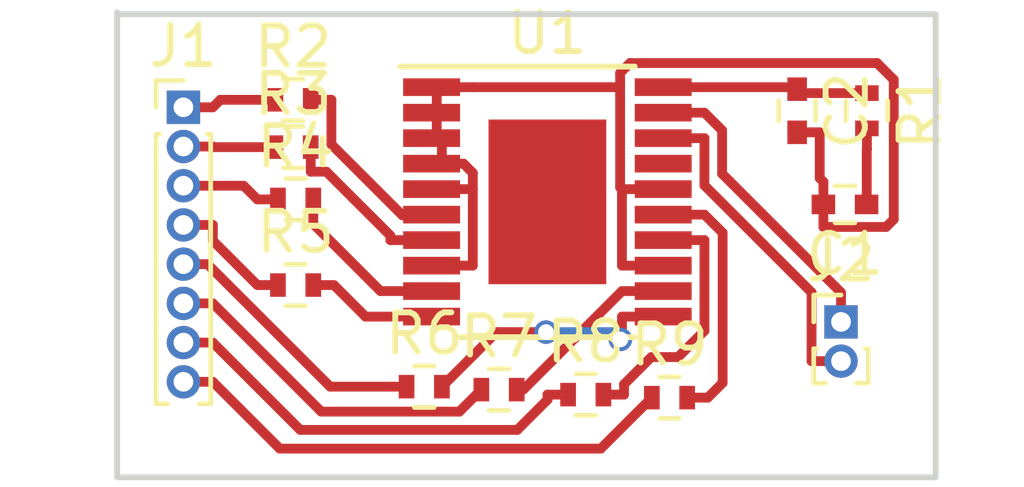
<source format=kicad_pcb>
(kicad_pcb (version 4) (host pcbnew 4.0.7)

  (general
    (links 30)
    (no_connects 0)
    (area 133.210381 98.393 159.25762 110.985)
    (thickness 1.6)
    (drawings 4)
    (tracks 130)
    (zones 0)
    (modules 14)
    (nets 23)
  )

  (page A4)
  (title_block
    (title Test)
    (date 2020-04-15)
    (rev A)
  )

  (layers
    (0 F.Cu signal)
    (31 B.Cu signal)
    (32 B.Adhes user)
    (33 F.Adhes user)
    (34 B.Paste user)
    (35 F.Paste user)
    (36 B.SilkS user)
    (37 F.SilkS user)
    (38 B.Mask user)
    (39 F.Mask user)
    (40 Dwgs.User user)
    (41 Cmts.User user)
    (42 Eco1.User user)
    (43 Eco2.User user)
    (44 Edge.Cuts user)
    (45 Margin user)
    (46 B.CrtYd user)
    (47 F.CrtYd user)
    (48 B.Fab user)
    (49 F.Fab user)
  )

  (setup
    (last_trace_width 0.25)
    (trace_clearance 0.1)
    (zone_clearance 0.508)
    (zone_45_only yes)
    (trace_min 0.2)
    (segment_width 0.2)
    (edge_width 0.15)
    (via_size 0.6)
    (via_drill 0.4)
    (via_min_size 0.4)
    (via_min_drill 0.3)
    (uvia_size 0.3)
    (uvia_drill 0.1)
    (uvias_allowed no)
    (uvia_min_size 0.2)
    (uvia_min_drill 0.1)
    (pcb_text_width 0.3)
    (pcb_text_size 1.5 1.5)
    (mod_edge_width 0.15)
    (mod_text_size 1 1)
    (mod_text_width 0.15)
    (pad_size 1.524 1.524)
    (pad_drill 0.762)
    (pad_to_mask_clearance 0.2)
    (aux_axis_origin 0 0)
    (visible_elements FFFFFF7F)
    (pcbplotparams
      (layerselection 0x011b0_80000001)
      (usegerberextensions false)
      (excludeedgelayer true)
      (linewidth 0.100000)
      (plotframeref false)
      (viasonmask false)
      (mode 1)
      (useauxorigin false)
      (hpglpennumber 1)
      (hpglpenspeed 20)
      (hpglpendiameter 15)
      (hpglpenoverlay 2)
      (psnegative false)
      (psa4output false)
      (plotreference true)
      (plotvalue true)
      (plotinvisibletext false)
      (padsonsilk false)
      (subtractmaskfromsilk false)
      (outputformat 4)
      (mirror false)
      (drillshape 0)
      (scaleselection 1)
      (outputdirectory ./))
  )

  (net 0 "")
  (net 1 "Net-(C1-Pad1)")
  (net 2 GND)
  (net 3 VDD)
  (net 4 OUT0)
  (net 5 OUT1)
  (net 6 OUT2)
  (net 7 OUT3)
  (net 8 OUT4)
  (net 9 OUT5)
  (net 10 OUT6)
  (net 11 OUT7)
  (net 12 SDA)
  (net 13 SCL)
  (net 14 "Net-(R2-Pad2)")
  (net 15 "Net-(R3-Pad2)")
  (net 16 "Net-(R4-Pad2)")
  (net 17 "Net-(R5-Pad2)")
  (net 18 "Net-(R6-Pad2)")
  (net 19 "Net-(R7-Pad2)")
  (net 20 "Net-(R8-Pad2)")
  (net 21 "Net-(R9-Pad2)")
  (net 22 "Net-(U1-Pad17)")

  (net_class Default "This is the default net class."
    (clearance 0.1)
    (trace_width 0.25)
    (via_dia 0.6)
    (via_drill 0.4)
    (uvia_dia 0.3)
    (uvia_drill 0.1)
    (add_net GND)
    (add_net "Net-(C1-Pad1)")
    (add_net "Net-(R2-Pad2)")
    (add_net "Net-(R3-Pad2)")
    (add_net "Net-(R4-Pad2)")
    (add_net "Net-(R5-Pad2)")
    (add_net "Net-(R6-Pad2)")
    (add_net "Net-(R7-Pad2)")
    (add_net "Net-(R8-Pad2)")
    (add_net "Net-(R9-Pad2)")
    (add_net "Net-(U1-Pad17)")
    (add_net OUT0)
    (add_net OUT1)
    (add_net OUT2)
    (add_net OUT3)
    (add_net OUT4)
    (add_net OUT5)
    (add_net OUT6)
    (add_net OUT7)
    (add_net SCL)
    (add_net SDA)
    (add_net VDD)
  )

  (module Housings_SSOP:ETSSOP-20-1EP_4.4x6.5mm_Pitch0.65mm (layer F.Cu) (tedit 58126449) (tstamp 5E966CBF)
    (at 147.13 103.568)
    (descr "20-Lead Plastic Thin Shrink Small Outline (ST)-4.4 mm Body with Exposed Pad [eTSSOP] (see Microchip Packaging Specification 00000049BS.pdf)")
    (tags "SSOP 0.65")
    (path /5E966184)
    (attr smd)
    (fp_text reference U1 (at 0 -4.3) (layer F.SilkS)
      (effects (font (size 1 1) (thickness 0.15)))
    )
    (fp_text value TLC59108xPW (at 0 4.4) (layer F.Fab)
      (effects (font (size 1 1) (thickness 0.15)))
    )
    (fp_line (start -1.2 -3.25) (end 2.2 -3.25) (layer F.Fab) (width 0.15))
    (fp_line (start 2.2 -3.25) (end 2.2 3.25) (layer F.Fab) (width 0.15))
    (fp_line (start 2.2 3.25) (end -2.2 3.25) (layer F.Fab) (width 0.15))
    (fp_line (start -2.2 3.25) (end -2.2 -2.25) (layer F.Fab) (width 0.15))
    (fp_line (start -2.2 -2.25) (end -1.2 -3.25) (layer F.Fab) (width 0.15))
    (fp_line (start -3.95 -3.55) (end -3.95 3.55) (layer F.CrtYd) (width 0.05))
    (fp_line (start 3.95 -3.55) (end 3.95 3.55) (layer F.CrtYd) (width 0.05))
    (fp_line (start -3.95 -3.55) (end 3.95 -3.55) (layer F.CrtYd) (width 0.05))
    (fp_line (start -3.95 3.55) (end 3.95 3.55) (layer F.CrtYd) (width 0.05))
    (fp_line (start -2.225 3.45) (end 2.225 3.45) (layer F.SilkS) (width 0.15))
    (fp_line (start -3.75 -3.45) (end 2.225 -3.45) (layer F.SilkS) (width 0.15))
    (fp_text user %R (at 0 0) (layer F.Fab)
      (effects (font (size 0.8 0.8) (thickness 0.15)))
    )
    (pad 1 smd rect (at -2.95 -2.925) (size 1.45 0.45) (layers F.Cu F.Paste F.Mask)
      (net 2 GND))
    (pad 2 smd rect (at -2.95 -2.275) (size 1.45 0.45) (layers F.Cu F.Paste F.Mask)
      (net 2 GND))
    (pad 3 smd rect (at -2.95 -1.625) (size 1.45 0.45) (layers F.Cu F.Paste F.Mask)
      (net 2 GND))
    (pad 4 smd rect (at -2.95 -0.975) (size 1.45 0.45) (layers F.Cu F.Paste F.Mask)
      (net 2 GND))
    (pad 5 smd rect (at -2.95 -0.325) (size 1.45 0.45) (layers F.Cu F.Paste F.Mask)
      (net 2 GND))
    (pad 6 smd rect (at -2.95 0.325) (size 1.45 0.45) (layers F.Cu F.Paste F.Mask)
      (net 14 "Net-(R2-Pad2)"))
    (pad 7 smd rect (at -2.95 0.975) (size 1.45 0.45) (layers F.Cu F.Paste F.Mask)
      (net 15 "Net-(R3-Pad2)"))
    (pad 8 smd rect (at -2.95 1.625) (size 1.45 0.45) (layers F.Cu F.Paste F.Mask)
      (net 2 GND))
    (pad 9 smd rect (at -2.95 2.275) (size 1.45 0.45) (layers F.Cu F.Paste F.Mask)
      (net 16 "Net-(R4-Pad2)"))
    (pad 10 smd rect (at -2.95 2.925) (size 1.45 0.45) (layers F.Cu F.Paste F.Mask)
      (net 17 "Net-(R5-Pad2)"))
    (pad 11 smd rect (at 2.95 2.925) (size 1.45 0.45) (layers F.Cu F.Paste F.Mask)
      (net 18 "Net-(R6-Pad2)"))
    (pad 12 smd rect (at 2.95 2.275) (size 1.45 0.45) (layers F.Cu F.Paste F.Mask)
      (net 19 "Net-(R7-Pad2)"))
    (pad 13 smd rect (at 2.95 1.625) (size 1.45 0.45) (layers F.Cu F.Paste F.Mask)
      (net 2 GND))
    (pad 14 smd rect (at 2.95 0.975) (size 1.45 0.45) (layers F.Cu F.Paste F.Mask)
      (net 20 "Net-(R8-Pad2)"))
    (pad 15 smd rect (at 2.95 0.325) (size 1.45 0.45) (layers F.Cu F.Paste F.Mask)
      (net 21 "Net-(R9-Pad2)"))
    (pad 16 smd rect (at 2.95 -0.325) (size 1.45 0.45) (layers F.Cu F.Paste F.Mask)
      (net 2 GND))
    (pad 17 smd rect (at 2.95 -0.975) (size 1.45 0.45) (layers F.Cu F.Paste F.Mask)
      (net 22 "Net-(U1-Pad17)"))
    (pad 18 smd rect (at 2.95 -1.625) (size 1.45 0.45) (layers F.Cu F.Paste F.Mask)
      (net 13 SCL))
    (pad 19 smd rect (at 2.95 -2.275) (size 1.45 0.45) (layers F.Cu F.Paste F.Mask)
      (net 12 SDA))
    (pad 20 smd rect (at 2.95 -2.925) (size 1.45 0.45) (layers F.Cu F.Paste F.Mask)
      (net 3 VDD))
    (pad 21 smd rect (at 0 0) (size 3 4.2) (layers F.Cu F.Paste F.Mask))
    (model ${KISYS3DMOD}/Housings_SSOP.3dshapes/ETSSOP-20-1EP_4.4x6.5mm_Pitch0.65mm.wrl
      (at (xyz 0 0 0))
      (scale (xyz 1 1 1))
      (rotate (xyz 0 0 0))
    )
  )

  (module Capacitors_SMD:C_0402 (layer F.Cu) (tedit 58AA841A) (tstamp 5E966C4D)
    (at 154.711 103.632 180)
    (descr "Capacitor SMD 0402, reflow soldering, AVX (see smccp.pdf)")
    (tags "capacitor 0402")
    (path /5E95A957)
    (attr smd)
    (fp_text reference C1 (at 0 -1.27 180) (layer F.SilkS)
      (effects (font (size 1 1) (thickness 0.15)))
    )
    (fp_text value C (at 0 1.27 180) (layer F.Fab)
      (effects (font (size 1 1) (thickness 0.15)))
    )
    (fp_text user %R (at 0 -1.27 180) (layer F.Fab)
      (effects (font (size 1 1) (thickness 0.15)))
    )
    (fp_line (start -0.5 0.25) (end -0.5 -0.25) (layer F.Fab) (width 0.1))
    (fp_line (start 0.5 0.25) (end -0.5 0.25) (layer F.Fab) (width 0.1))
    (fp_line (start 0.5 -0.25) (end 0.5 0.25) (layer F.Fab) (width 0.1))
    (fp_line (start -0.5 -0.25) (end 0.5 -0.25) (layer F.Fab) (width 0.1))
    (fp_line (start 0.25 -0.47) (end -0.25 -0.47) (layer F.SilkS) (width 0.12))
    (fp_line (start -0.25 0.47) (end 0.25 0.47) (layer F.SilkS) (width 0.12))
    (fp_line (start -1 -0.4) (end 1 -0.4) (layer F.CrtYd) (width 0.05))
    (fp_line (start -1 -0.4) (end -1 0.4) (layer F.CrtYd) (width 0.05))
    (fp_line (start 1 0.4) (end 1 -0.4) (layer F.CrtYd) (width 0.05))
    (fp_line (start 1 0.4) (end -1 0.4) (layer F.CrtYd) (width 0.05))
    (pad 1 smd rect (at -0.55 0 180) (size 0.6 0.5) (layers F.Cu F.Paste F.Mask)
      (net 1 "Net-(C1-Pad1)"))
    (pad 2 smd rect (at 0.55 0 180) (size 0.6 0.5) (layers F.Cu F.Paste F.Mask)
      (net 2 GND))
    (model Capacitors_SMD.3dshapes/C_0402.wrl
      (at (xyz 0 0 0))
      (scale (xyz 1 1 1))
      (rotate (xyz 0 0 0))
    )
  )

  (module Capacitors_SMD:C_0402 (layer F.Cu) (tedit 58AA841A) (tstamp 5E966C5E)
    (at 153.492 101.244 270)
    (descr "Capacitor SMD 0402, reflow soldering, AVX (see smccp.pdf)")
    (tags "capacitor 0402")
    (path /5E957BB1)
    (attr smd)
    (fp_text reference C2 (at 0 -1.27 270) (layer F.SilkS)
      (effects (font (size 1 1) (thickness 0.15)))
    )
    (fp_text value C (at 0 1.27 270) (layer F.Fab)
      (effects (font (size 1 1) (thickness 0.15)))
    )
    (fp_text user %R (at 0 -1.27 270) (layer F.Fab)
      (effects (font (size 1 1) (thickness 0.15)))
    )
    (fp_line (start -0.5 0.25) (end -0.5 -0.25) (layer F.Fab) (width 0.1))
    (fp_line (start 0.5 0.25) (end -0.5 0.25) (layer F.Fab) (width 0.1))
    (fp_line (start 0.5 -0.25) (end 0.5 0.25) (layer F.Fab) (width 0.1))
    (fp_line (start -0.5 -0.25) (end 0.5 -0.25) (layer F.Fab) (width 0.1))
    (fp_line (start 0.25 -0.47) (end -0.25 -0.47) (layer F.SilkS) (width 0.12))
    (fp_line (start -0.25 0.47) (end 0.25 0.47) (layer F.SilkS) (width 0.12))
    (fp_line (start -1 -0.4) (end 1 -0.4) (layer F.CrtYd) (width 0.05))
    (fp_line (start -1 -0.4) (end -1 0.4) (layer F.CrtYd) (width 0.05))
    (fp_line (start 1 0.4) (end 1 -0.4) (layer F.CrtYd) (width 0.05))
    (fp_line (start 1 0.4) (end -1 0.4) (layer F.CrtYd) (width 0.05))
    (pad 1 smd rect (at -0.55 0 270) (size 0.6 0.5) (layers F.Cu F.Paste F.Mask)
      (net 3 VDD))
    (pad 2 smd rect (at 0.55 0 270) (size 0.6 0.5) (layers F.Cu F.Paste F.Mask)
      (net 2 GND))
    (model Capacitors_SMD.3dshapes/C_0402.wrl
      (at (xyz 0 0 0))
      (scale (xyz 1 1 1))
      (rotate (xyz 0 0 0))
    )
  )

  (module Pin_Headers:Pin_Header_Straight_1x08_Pitch1.00mm (layer F.Cu) (tedit 59B55814) (tstamp 5E966C6A)
    (at 137.858 101.156)
    (descr "Through hole straight pin header, 1x08, 1.00mm pitch, single row")
    (tags "Through hole pin header THT 1x08 1.00mm single row")
    (path /5E96555B)
    (fp_text reference J1 (at 0 -1.56) (layer F.SilkS)
      (effects (font (size 1 1) (thickness 0.15)))
    )
    (fp_text value Conn_01x08 (at 0 8.56) (layer F.Fab)
      (effects (font (size 1 1) (thickness 0.15)))
    )
    (fp_line (start -0.3175 -0.5) (end 0.635 -0.5) (layer F.Fab) (width 0.1))
    (fp_line (start 0.635 -0.5) (end 0.635 7.5) (layer F.Fab) (width 0.1))
    (fp_line (start 0.635 7.5) (end -0.635 7.5) (layer F.Fab) (width 0.1))
    (fp_line (start -0.635 7.5) (end -0.635 -0.1825) (layer F.Fab) (width 0.1))
    (fp_line (start -0.635 -0.1825) (end -0.3175 -0.5) (layer F.Fab) (width 0.1))
    (fp_line (start -0.695 7.56) (end -0.394493 7.56) (layer F.SilkS) (width 0.12))
    (fp_line (start 0.394493 7.56) (end 0.695 7.56) (layer F.SilkS) (width 0.12))
    (fp_line (start -0.695 0.685) (end -0.695 7.56) (layer F.SilkS) (width 0.12))
    (fp_line (start 0.695 0.685) (end 0.695 7.56) (layer F.SilkS) (width 0.12))
    (fp_line (start -0.695 0.685) (end -0.608276 0.685) (layer F.SilkS) (width 0.12))
    (fp_line (start 0.608276 0.685) (end 0.695 0.685) (layer F.SilkS) (width 0.12))
    (fp_line (start -0.695 0) (end -0.695 -0.685) (layer F.SilkS) (width 0.12))
    (fp_line (start -0.695 -0.685) (end 0 -0.685) (layer F.SilkS) (width 0.12))
    (fp_line (start -1.15 -1) (end -1.15 8) (layer F.CrtYd) (width 0.05))
    (fp_line (start -1.15 8) (end 1.15 8) (layer F.CrtYd) (width 0.05))
    (fp_line (start 1.15 8) (end 1.15 -1) (layer F.CrtYd) (width 0.05))
    (fp_line (start 1.15 -1) (end -1.15 -1) (layer F.CrtYd) (width 0.05))
    (fp_text user %R (at 0 3.5 90) (layer F.Fab)
      (effects (font (size 0.76 0.76) (thickness 0.114)))
    )
    (pad 1 thru_hole rect (at 0 0) (size 0.85 0.85) (drill 0.5) (layers *.Cu *.Mask)
      (net 4 OUT0))
    (pad 2 thru_hole oval (at 0 1) (size 0.85 0.85) (drill 0.5) (layers *.Cu *.Mask)
      (net 5 OUT1))
    (pad 3 thru_hole oval (at 0 2) (size 0.85 0.85) (drill 0.5) (layers *.Cu *.Mask)
      (net 6 OUT2))
    (pad 4 thru_hole oval (at 0 3) (size 0.85 0.85) (drill 0.5) (layers *.Cu *.Mask)
      (net 7 OUT3))
    (pad 5 thru_hole oval (at 0 4) (size 0.85 0.85) (drill 0.5) (layers *.Cu *.Mask)
      (net 8 OUT4))
    (pad 6 thru_hole oval (at 0 5) (size 0.85 0.85) (drill 0.5) (layers *.Cu *.Mask)
      (net 9 OUT5))
    (pad 7 thru_hole oval (at 0 6) (size 0.85 0.85) (drill 0.5) (layers *.Cu *.Mask)
      (net 10 OUT6))
    (pad 8 thru_hole oval (at 0 7) (size 0.85 0.85) (drill 0.5) (layers *.Cu *.Mask)
      (net 11 OUT7))
    (model ${KISYS3DMOD}/Pin_Headers.3dshapes/Pin_Header_Straight_1x08_Pitch1.00mm.wrl
      (at (xyz 0 0 0))
      (scale (xyz 1 1 1))
      (rotate (xyz 0 0 0))
    )
  )

  (module Pin_Headers:Pin_Header_Straight_1x02_Pitch1.00mm (layer F.Cu) (tedit 59B55814) (tstamp 5E966C70)
    (at 154.61 106.629)
    (descr "Through hole straight pin header, 1x02, 1.00mm pitch, single row")
    (tags "Through hole pin header THT 1x02 1.00mm single row")
    (path /5E96574E)
    (fp_text reference J2 (at 0 -1.56) (layer F.SilkS)
      (effects (font (size 1 1) (thickness 0.15)))
    )
    (fp_text value Conn_01x02 (at 0 2.56) (layer F.Fab)
      (effects (font (size 1 1) (thickness 0.15)))
    )
    (fp_line (start -0.3175 -0.5) (end 0.635 -0.5) (layer F.Fab) (width 0.1))
    (fp_line (start 0.635 -0.5) (end 0.635 1.5) (layer F.Fab) (width 0.1))
    (fp_line (start 0.635 1.5) (end -0.635 1.5) (layer F.Fab) (width 0.1))
    (fp_line (start -0.635 1.5) (end -0.635 -0.1825) (layer F.Fab) (width 0.1))
    (fp_line (start -0.635 -0.1825) (end -0.3175 -0.5) (layer F.Fab) (width 0.1))
    (fp_line (start -0.695 1.56) (end -0.394493 1.56) (layer F.SilkS) (width 0.12))
    (fp_line (start 0.394493 1.56) (end 0.695 1.56) (layer F.SilkS) (width 0.12))
    (fp_line (start -0.695 0.685) (end -0.695 1.56) (layer F.SilkS) (width 0.12))
    (fp_line (start 0.695 0.685) (end 0.695 1.56) (layer F.SilkS) (width 0.12))
    (fp_line (start -0.695 0.685) (end -0.608276 0.685) (layer F.SilkS) (width 0.12))
    (fp_line (start 0.608276 0.685) (end 0.695 0.685) (layer F.SilkS) (width 0.12))
    (fp_line (start -0.695 0) (end -0.695 -0.685) (layer F.SilkS) (width 0.12))
    (fp_line (start -0.695 -0.685) (end 0 -0.685) (layer F.SilkS) (width 0.12))
    (fp_line (start -1.15 -1) (end -1.15 2) (layer F.CrtYd) (width 0.05))
    (fp_line (start -1.15 2) (end 1.15 2) (layer F.CrtYd) (width 0.05))
    (fp_line (start 1.15 2) (end 1.15 -1) (layer F.CrtYd) (width 0.05))
    (fp_line (start 1.15 -1) (end -1.15 -1) (layer F.CrtYd) (width 0.05))
    (fp_text user %R (at 0 0.5 90) (layer F.Fab)
      (effects (font (size 0.76 0.76) (thickness 0.114)))
    )
    (pad 1 thru_hole rect (at 0 0) (size 0.85 0.85) (drill 0.5) (layers *.Cu *.Mask)
      (net 12 SDA))
    (pad 2 thru_hole oval (at 0 1) (size 0.85 0.85) (drill 0.5) (layers *.Cu *.Mask)
      (net 13 SCL))
    (model ${KISYS3DMOD}/Pin_Headers.3dshapes/Pin_Header_Straight_1x02_Pitch1.00mm.wrl
      (at (xyz 0 0 0))
      (scale (xyz 1 1 1))
      (rotate (xyz 0 0 0))
    )
  )

  (module Resistors_SMD:R_0402 (layer F.Cu) (tedit 58E0A804) (tstamp 5E966C76)
    (at 155.27 101.244 270)
    (descr "Resistor SMD 0402, reflow soldering, Vishay (see dcrcw.pdf)")
    (tags "resistor 0402")
    (path /5E95A73D)
    (attr smd)
    (fp_text reference R1 (at 0 -1.35 270) (layer F.SilkS)
      (effects (font (size 1 1) (thickness 0.15)))
    )
    (fp_text value R (at 0 1.45 270) (layer F.Fab)
      (effects (font (size 1 1) (thickness 0.15)))
    )
    (fp_text user %R (at 0 -1.35 270) (layer F.Fab)
      (effects (font (size 1 1) (thickness 0.15)))
    )
    (fp_line (start -0.5 0.25) (end -0.5 -0.25) (layer F.Fab) (width 0.1))
    (fp_line (start 0.5 0.25) (end -0.5 0.25) (layer F.Fab) (width 0.1))
    (fp_line (start 0.5 -0.25) (end 0.5 0.25) (layer F.Fab) (width 0.1))
    (fp_line (start -0.5 -0.25) (end 0.5 -0.25) (layer F.Fab) (width 0.1))
    (fp_line (start 0.25 -0.53) (end -0.25 -0.53) (layer F.SilkS) (width 0.12))
    (fp_line (start -0.25 0.53) (end 0.25 0.53) (layer F.SilkS) (width 0.12))
    (fp_line (start -0.8 -0.45) (end 0.8 -0.45) (layer F.CrtYd) (width 0.05))
    (fp_line (start -0.8 -0.45) (end -0.8 0.45) (layer F.CrtYd) (width 0.05))
    (fp_line (start 0.8 0.45) (end 0.8 -0.45) (layer F.CrtYd) (width 0.05))
    (fp_line (start 0.8 0.45) (end -0.8 0.45) (layer F.CrtYd) (width 0.05))
    (pad 1 smd rect (at -0.45 0 270) (size 0.4 0.6) (layers F.Cu F.Paste F.Mask)
      (net 3 VDD))
    (pad 2 smd rect (at 0.45 0 270) (size 0.4 0.6) (layers F.Cu F.Paste F.Mask)
      (net 1 "Net-(C1-Pad1)"))
    (model ${KISYS3DMOD}/Resistors_SMD.3dshapes/R_0402.wrl
      (at (xyz 0 0 0))
      (scale (xyz 1 1 1))
      (rotate (xyz 0 0 0))
    )
  )

  (module Resistors_SMD:R_0402 (layer F.Cu) (tedit 58E0A804) (tstamp 5E966C7C)
    (at 140.652 100.965)
    (descr "Resistor SMD 0402, reflow soldering, Vishay (see dcrcw.pdf)")
    (tags "resistor 0402")
    (path /5E95986F)
    (attr smd)
    (fp_text reference R2 (at 0 -1.35) (layer F.SilkS)
      (effects (font (size 1 1) (thickness 0.15)))
    )
    (fp_text value R (at 0 1.45) (layer F.Fab)
      (effects (font (size 1 1) (thickness 0.15)))
    )
    (fp_text user %R (at 0 -1.35) (layer F.Fab)
      (effects (font (size 1 1) (thickness 0.15)))
    )
    (fp_line (start -0.5 0.25) (end -0.5 -0.25) (layer F.Fab) (width 0.1))
    (fp_line (start 0.5 0.25) (end -0.5 0.25) (layer F.Fab) (width 0.1))
    (fp_line (start 0.5 -0.25) (end 0.5 0.25) (layer F.Fab) (width 0.1))
    (fp_line (start -0.5 -0.25) (end 0.5 -0.25) (layer F.Fab) (width 0.1))
    (fp_line (start 0.25 -0.53) (end -0.25 -0.53) (layer F.SilkS) (width 0.12))
    (fp_line (start -0.25 0.53) (end 0.25 0.53) (layer F.SilkS) (width 0.12))
    (fp_line (start -0.8 -0.45) (end 0.8 -0.45) (layer F.CrtYd) (width 0.05))
    (fp_line (start -0.8 -0.45) (end -0.8 0.45) (layer F.CrtYd) (width 0.05))
    (fp_line (start 0.8 0.45) (end 0.8 -0.45) (layer F.CrtYd) (width 0.05))
    (fp_line (start 0.8 0.45) (end -0.8 0.45) (layer F.CrtYd) (width 0.05))
    (pad 1 smd rect (at -0.45 0) (size 0.4 0.6) (layers F.Cu F.Paste F.Mask)
      (net 4 OUT0))
    (pad 2 smd rect (at 0.45 0) (size 0.4 0.6) (layers F.Cu F.Paste F.Mask)
      (net 14 "Net-(R2-Pad2)"))
    (model ${KISYS3DMOD}/Resistors_SMD.3dshapes/R_0402.wrl
      (at (xyz 0 0 0))
      (scale (xyz 1 1 1))
      (rotate (xyz 0 0 0))
    )
  )

  (module Resistors_SMD:R_0402 (layer F.Cu) (tedit 58E0A804) (tstamp 5E966C82)
    (at 140.652 102.172)
    (descr "Resistor SMD 0402, reflow soldering, Vishay (see dcrcw.pdf)")
    (tags "resistor 0402")
    (path /5E9598AA)
    (attr smd)
    (fp_text reference R3 (at 0 -1.35) (layer F.SilkS)
      (effects (font (size 1 1) (thickness 0.15)))
    )
    (fp_text value R (at 0 1.45) (layer F.Fab)
      (effects (font (size 1 1) (thickness 0.15)))
    )
    (fp_text user %R (at 0 -1.35) (layer F.Fab)
      (effects (font (size 1 1) (thickness 0.15)))
    )
    (fp_line (start -0.5 0.25) (end -0.5 -0.25) (layer F.Fab) (width 0.1))
    (fp_line (start 0.5 0.25) (end -0.5 0.25) (layer F.Fab) (width 0.1))
    (fp_line (start 0.5 -0.25) (end 0.5 0.25) (layer F.Fab) (width 0.1))
    (fp_line (start -0.5 -0.25) (end 0.5 -0.25) (layer F.Fab) (width 0.1))
    (fp_line (start 0.25 -0.53) (end -0.25 -0.53) (layer F.SilkS) (width 0.12))
    (fp_line (start -0.25 0.53) (end 0.25 0.53) (layer F.SilkS) (width 0.12))
    (fp_line (start -0.8 -0.45) (end 0.8 -0.45) (layer F.CrtYd) (width 0.05))
    (fp_line (start -0.8 -0.45) (end -0.8 0.45) (layer F.CrtYd) (width 0.05))
    (fp_line (start 0.8 0.45) (end 0.8 -0.45) (layer F.CrtYd) (width 0.05))
    (fp_line (start 0.8 0.45) (end -0.8 0.45) (layer F.CrtYd) (width 0.05))
    (pad 1 smd rect (at -0.45 0) (size 0.4 0.6) (layers F.Cu F.Paste F.Mask)
      (net 5 OUT1))
    (pad 2 smd rect (at 0.45 0) (size 0.4 0.6) (layers F.Cu F.Paste F.Mask)
      (net 15 "Net-(R3-Pad2)"))
    (model ${KISYS3DMOD}/Resistors_SMD.3dshapes/R_0402.wrl
      (at (xyz 0 0 0))
      (scale (xyz 1 1 1))
      (rotate (xyz 0 0 0))
    )
  )

  (module Resistors_SMD:R_0402 (layer F.Cu) (tedit 58E0A804) (tstamp 5E966C88)
    (at 140.716 103.505)
    (descr "Resistor SMD 0402, reflow soldering, Vishay (see dcrcw.pdf)")
    (tags "resistor 0402")
    (path /5E9598EE)
    (attr smd)
    (fp_text reference R4 (at 0 -1.35) (layer F.SilkS)
      (effects (font (size 1 1) (thickness 0.15)))
    )
    (fp_text value R (at 0 1.45) (layer F.Fab)
      (effects (font (size 1 1) (thickness 0.15)))
    )
    (fp_text user %R (at 0 -1.35) (layer F.Fab)
      (effects (font (size 1 1) (thickness 0.15)))
    )
    (fp_line (start -0.5 0.25) (end -0.5 -0.25) (layer F.Fab) (width 0.1))
    (fp_line (start 0.5 0.25) (end -0.5 0.25) (layer F.Fab) (width 0.1))
    (fp_line (start 0.5 -0.25) (end 0.5 0.25) (layer F.Fab) (width 0.1))
    (fp_line (start -0.5 -0.25) (end 0.5 -0.25) (layer F.Fab) (width 0.1))
    (fp_line (start 0.25 -0.53) (end -0.25 -0.53) (layer F.SilkS) (width 0.12))
    (fp_line (start -0.25 0.53) (end 0.25 0.53) (layer F.SilkS) (width 0.12))
    (fp_line (start -0.8 -0.45) (end 0.8 -0.45) (layer F.CrtYd) (width 0.05))
    (fp_line (start -0.8 -0.45) (end -0.8 0.45) (layer F.CrtYd) (width 0.05))
    (fp_line (start 0.8 0.45) (end 0.8 -0.45) (layer F.CrtYd) (width 0.05))
    (fp_line (start 0.8 0.45) (end -0.8 0.45) (layer F.CrtYd) (width 0.05))
    (pad 1 smd rect (at -0.45 0) (size 0.4 0.6) (layers F.Cu F.Paste F.Mask)
      (net 6 OUT2))
    (pad 2 smd rect (at 0.45 0) (size 0.4 0.6) (layers F.Cu F.Paste F.Mask)
      (net 16 "Net-(R4-Pad2)"))
    (model ${KISYS3DMOD}/Resistors_SMD.3dshapes/R_0402.wrl
      (at (xyz 0 0 0))
      (scale (xyz 1 1 1))
      (rotate (xyz 0 0 0))
    )
  )

  (module Resistors_SMD:R_0402 (layer F.Cu) (tedit 58E0A804) (tstamp 5E966C8E)
    (at 140.716 105.689)
    (descr "Resistor SMD 0402, reflow soldering, Vishay (see dcrcw.pdf)")
    (tags "resistor 0402")
    (path /5E95992B)
    (attr smd)
    (fp_text reference R5 (at 0 -1.35) (layer F.SilkS)
      (effects (font (size 1 1) (thickness 0.15)))
    )
    (fp_text value R (at 0 1.45) (layer F.Fab)
      (effects (font (size 1 1) (thickness 0.15)))
    )
    (fp_text user %R (at 0 -1.35) (layer F.Fab)
      (effects (font (size 1 1) (thickness 0.15)))
    )
    (fp_line (start -0.5 0.25) (end -0.5 -0.25) (layer F.Fab) (width 0.1))
    (fp_line (start 0.5 0.25) (end -0.5 0.25) (layer F.Fab) (width 0.1))
    (fp_line (start 0.5 -0.25) (end 0.5 0.25) (layer F.Fab) (width 0.1))
    (fp_line (start -0.5 -0.25) (end 0.5 -0.25) (layer F.Fab) (width 0.1))
    (fp_line (start 0.25 -0.53) (end -0.25 -0.53) (layer F.SilkS) (width 0.12))
    (fp_line (start -0.25 0.53) (end 0.25 0.53) (layer F.SilkS) (width 0.12))
    (fp_line (start -0.8 -0.45) (end 0.8 -0.45) (layer F.CrtYd) (width 0.05))
    (fp_line (start -0.8 -0.45) (end -0.8 0.45) (layer F.CrtYd) (width 0.05))
    (fp_line (start 0.8 0.45) (end 0.8 -0.45) (layer F.CrtYd) (width 0.05))
    (fp_line (start 0.8 0.45) (end -0.8 0.45) (layer F.CrtYd) (width 0.05))
    (pad 1 smd rect (at -0.45 0) (size 0.4 0.6) (layers F.Cu F.Paste F.Mask)
      (net 7 OUT3))
    (pad 2 smd rect (at 0.45 0) (size 0.4 0.6) (layers F.Cu F.Paste F.Mask)
      (net 17 "Net-(R5-Pad2)"))
    (model ${KISYS3DMOD}/Resistors_SMD.3dshapes/R_0402.wrl
      (at (xyz 0 0 0))
      (scale (xyz 1 1 1))
      (rotate (xyz 0 0 0))
    )
  )

  (module Resistors_SMD:R_0402 (layer F.Cu) (tedit 58E0A804) (tstamp 5E966C94)
    (at 143.993 108.28)
    (descr "Resistor SMD 0402, reflow soldering, Vishay (see dcrcw.pdf)")
    (tags "resistor 0402")
    (path /5E958129)
    (attr smd)
    (fp_text reference R6 (at 0 -1.35) (layer F.SilkS)
      (effects (font (size 1 1) (thickness 0.15)))
    )
    (fp_text value R (at 0 1.45) (layer F.Fab)
      (effects (font (size 1 1) (thickness 0.15)))
    )
    (fp_text user %R (at 0 -1.35) (layer F.Fab)
      (effects (font (size 1 1) (thickness 0.15)))
    )
    (fp_line (start -0.5 0.25) (end -0.5 -0.25) (layer F.Fab) (width 0.1))
    (fp_line (start 0.5 0.25) (end -0.5 0.25) (layer F.Fab) (width 0.1))
    (fp_line (start 0.5 -0.25) (end 0.5 0.25) (layer F.Fab) (width 0.1))
    (fp_line (start -0.5 -0.25) (end 0.5 -0.25) (layer F.Fab) (width 0.1))
    (fp_line (start 0.25 -0.53) (end -0.25 -0.53) (layer F.SilkS) (width 0.12))
    (fp_line (start -0.25 0.53) (end 0.25 0.53) (layer F.SilkS) (width 0.12))
    (fp_line (start -0.8 -0.45) (end 0.8 -0.45) (layer F.CrtYd) (width 0.05))
    (fp_line (start -0.8 -0.45) (end -0.8 0.45) (layer F.CrtYd) (width 0.05))
    (fp_line (start 0.8 0.45) (end 0.8 -0.45) (layer F.CrtYd) (width 0.05))
    (fp_line (start 0.8 0.45) (end -0.8 0.45) (layer F.CrtYd) (width 0.05))
    (pad 1 smd rect (at -0.45 0) (size 0.4 0.6) (layers F.Cu F.Paste F.Mask)
      (net 8 OUT4))
    (pad 2 smd rect (at 0.45 0) (size 0.4 0.6) (layers F.Cu F.Paste F.Mask)
      (net 18 "Net-(R6-Pad2)"))
    (model ${KISYS3DMOD}/Resistors_SMD.3dshapes/R_0402.wrl
      (at (xyz 0 0 0))
      (scale (xyz 1 1 1))
      (rotate (xyz 0 0 0))
    )
  )

  (module Resistors_SMD:R_0402 (layer F.Cu) (tedit 58E0A804) (tstamp 5E966C9A)
    (at 145.898 108.356)
    (descr "Resistor SMD 0402, reflow soldering, Vishay (see dcrcw.pdf)")
    (tags "resistor 0402")
    (path /5E957E64)
    (attr smd)
    (fp_text reference R7 (at 0 -1.35) (layer F.SilkS)
      (effects (font (size 1 1) (thickness 0.15)))
    )
    (fp_text value R (at 0 1.45) (layer F.Fab)
      (effects (font (size 1 1) (thickness 0.15)))
    )
    (fp_text user %R (at 0 -1.35) (layer F.Fab)
      (effects (font (size 1 1) (thickness 0.15)))
    )
    (fp_line (start -0.5 0.25) (end -0.5 -0.25) (layer F.Fab) (width 0.1))
    (fp_line (start 0.5 0.25) (end -0.5 0.25) (layer F.Fab) (width 0.1))
    (fp_line (start 0.5 -0.25) (end 0.5 0.25) (layer F.Fab) (width 0.1))
    (fp_line (start -0.5 -0.25) (end 0.5 -0.25) (layer F.Fab) (width 0.1))
    (fp_line (start 0.25 -0.53) (end -0.25 -0.53) (layer F.SilkS) (width 0.12))
    (fp_line (start -0.25 0.53) (end 0.25 0.53) (layer F.SilkS) (width 0.12))
    (fp_line (start -0.8 -0.45) (end 0.8 -0.45) (layer F.CrtYd) (width 0.05))
    (fp_line (start -0.8 -0.45) (end -0.8 0.45) (layer F.CrtYd) (width 0.05))
    (fp_line (start 0.8 0.45) (end 0.8 -0.45) (layer F.CrtYd) (width 0.05))
    (fp_line (start 0.8 0.45) (end -0.8 0.45) (layer F.CrtYd) (width 0.05))
    (pad 1 smd rect (at -0.45 0) (size 0.4 0.6) (layers F.Cu F.Paste F.Mask)
      (net 9 OUT5))
    (pad 2 smd rect (at 0.45 0) (size 0.4 0.6) (layers F.Cu F.Paste F.Mask)
      (net 19 "Net-(R7-Pad2)"))
    (model ${KISYS3DMOD}/Resistors_SMD.3dshapes/R_0402.wrl
      (at (xyz 0 0 0))
      (scale (xyz 1 1 1))
      (rotate (xyz 0 0 0))
    )
  )

  (module Resistors_SMD:R_0402 (layer F.Cu) (tedit 58E0A804) (tstamp 5E966CA0)
    (at 148.107 108.483)
    (descr "Resistor SMD 0402, reflow soldering, Vishay (see dcrcw.pdf)")
    (tags "resistor 0402")
    (path /5E958165)
    (attr smd)
    (fp_text reference R8 (at 0 -1.35) (layer F.SilkS)
      (effects (font (size 1 1) (thickness 0.15)))
    )
    (fp_text value R (at 0 1.45) (layer F.Fab)
      (effects (font (size 1 1) (thickness 0.15)))
    )
    (fp_text user %R (at 0 -1.35) (layer F.Fab)
      (effects (font (size 1 1) (thickness 0.15)))
    )
    (fp_line (start -0.5 0.25) (end -0.5 -0.25) (layer F.Fab) (width 0.1))
    (fp_line (start 0.5 0.25) (end -0.5 0.25) (layer F.Fab) (width 0.1))
    (fp_line (start 0.5 -0.25) (end 0.5 0.25) (layer F.Fab) (width 0.1))
    (fp_line (start -0.5 -0.25) (end 0.5 -0.25) (layer F.Fab) (width 0.1))
    (fp_line (start 0.25 -0.53) (end -0.25 -0.53) (layer F.SilkS) (width 0.12))
    (fp_line (start -0.25 0.53) (end 0.25 0.53) (layer F.SilkS) (width 0.12))
    (fp_line (start -0.8 -0.45) (end 0.8 -0.45) (layer F.CrtYd) (width 0.05))
    (fp_line (start -0.8 -0.45) (end -0.8 0.45) (layer F.CrtYd) (width 0.05))
    (fp_line (start 0.8 0.45) (end 0.8 -0.45) (layer F.CrtYd) (width 0.05))
    (fp_line (start 0.8 0.45) (end -0.8 0.45) (layer F.CrtYd) (width 0.05))
    (pad 1 smd rect (at -0.45 0) (size 0.4 0.6) (layers F.Cu F.Paste F.Mask)
      (net 10 OUT6))
    (pad 2 smd rect (at 0.45 0) (size 0.4 0.6) (layers F.Cu F.Paste F.Mask)
      (net 20 "Net-(R8-Pad2)"))
    (model ${KISYS3DMOD}/Resistors_SMD.3dshapes/R_0402.wrl
      (at (xyz 0 0 0))
      (scale (xyz 1 1 1))
      (rotate (xyz 0 0 0))
    )
  )

  (module Resistors_SMD:R_0402 (layer F.Cu) (tedit 58E0A804) (tstamp 5E966CA6)
    (at 150.241 108.56)
    (descr "Resistor SMD 0402, reflow soldering, Vishay (see dcrcw.pdf)")
    (tags "resistor 0402")
    (path /5E9581A6)
    (attr smd)
    (fp_text reference R9 (at 0 -1.35) (layer F.SilkS)
      (effects (font (size 1 1) (thickness 0.15)))
    )
    (fp_text value R (at 0 1.45) (layer F.Fab)
      (effects (font (size 1 1) (thickness 0.15)))
    )
    (fp_text user %R (at 0 -1.35) (layer F.Fab)
      (effects (font (size 1 1) (thickness 0.15)))
    )
    (fp_line (start -0.5 0.25) (end -0.5 -0.25) (layer F.Fab) (width 0.1))
    (fp_line (start 0.5 0.25) (end -0.5 0.25) (layer F.Fab) (width 0.1))
    (fp_line (start 0.5 -0.25) (end 0.5 0.25) (layer F.Fab) (width 0.1))
    (fp_line (start -0.5 -0.25) (end 0.5 -0.25) (layer F.Fab) (width 0.1))
    (fp_line (start 0.25 -0.53) (end -0.25 -0.53) (layer F.SilkS) (width 0.12))
    (fp_line (start -0.25 0.53) (end 0.25 0.53) (layer F.SilkS) (width 0.12))
    (fp_line (start -0.8 -0.45) (end 0.8 -0.45) (layer F.CrtYd) (width 0.05))
    (fp_line (start -0.8 -0.45) (end -0.8 0.45) (layer F.CrtYd) (width 0.05))
    (fp_line (start 0.8 0.45) (end 0.8 -0.45) (layer F.CrtYd) (width 0.05))
    (fp_line (start 0.8 0.45) (end -0.8 0.45) (layer F.CrtYd) (width 0.05))
    (pad 1 smd rect (at -0.45 0) (size 0.4 0.6) (layers F.Cu F.Paste F.Mask)
      (net 11 OUT7))
    (pad 2 smd rect (at 0.45 0) (size 0.4 0.6) (layers F.Cu F.Paste F.Mask)
      (net 21 "Net-(R9-Pad2)"))
    (model ${KISYS3DMOD}/Resistors_SMD.3dshapes/R_0402.wrl
      (at (xyz 0 0 0))
      (scale (xyz 1 1 1))
      (rotate (xyz 0 0 0))
    )
  )

  (gr_line (start 136.1948 98.7806) (end 157.0228 98.7806) (angle 90) (layer Edge.Cuts) (width 0.15))
  (gr_line (start 157.0228 110.5916) (end 157.0228 98.806) (angle 90) (layer Edge.Cuts) (width 0.15))
  (gr_line (start 136.1694 110.5916) (end 157.0228 110.5916) (angle 90) (layer Edge.Cuts) (width 0.15))
  (gr_line (start 136.1694 98.7298) (end 136.1694 110.5916) (angle 90) (layer Edge.Cuts) (width 0.15))

  (segment (start 155.27 103.623) (end 155.2655 103.6275) (width 0.25) (layer F.Cu) (net 1))
  (segment (start 155.2655 103.6275) (end 155.261 103.632) (width 0.25) (layer F.Cu) (net 1))
  (segment (start 155.2655 102.2238) (end 155.27 102.2193) (width 0.25) (layer F.Cu) (net 1))
  (segment (start 155.2655 103.6275) (end 155.2655 102.2238) (width 0.25) (layer F.Cu) (net 1))
  (segment (start 155.27 101.694) (end 155.27 102.2193) (width 0.25) (layer F.Cu) (net 1))
  (segment (start 144.4426 102.593) (end 144.4426 101.943) (width 0.25) (layer F.Cu) (net 2))
  (segment (start 144.18 101.943) (end 144.3113 101.943) (width 0.25) (layer F.Cu) (net 2))
  (segment (start 144.3113 101.943) (end 144.4426 101.943) (width 0.25) (layer F.Cu) (net 2))
  (segment (start 144.3113 101.943) (end 144.3113 101.293) (width 0.25) (layer F.Cu) (net 2))
  (segment (start 144.18 101.293) (end 144.3113 101.293) (width 0.25) (layer F.Cu) (net 2))
  (segment (start 144.18 102.593) (end 144.3113 102.593) (width 0.25) (layer F.Cu) (net 2))
  (segment (start 144.18 103.243) (end 145.2303 103.243) (width 0.25) (layer F.Cu) (net 2))
  (segment (start 144.3113 102.593) (end 144.4426 102.593) (width 0.25) (layer F.Cu) (net 2))
  (segment (start 145.2303 102.8302) (end 145.2303 103.243) (width 0.25) (layer F.Cu) (net 2))
  (segment (start 144.9931 102.593) (end 145.2303 102.8302) (width 0.25) (layer F.Cu) (net 2))
  (segment (start 144.4426 102.593) (end 144.9931 102.593) (width 0.25) (layer F.Cu) (net 2))
  (segment (start 145.2303 105.193) (end 145.2303 103.243) (width 0.25) (layer F.Cu) (net 2))
  (segment (start 144.18 105.193) (end 145.2303 105.193) (width 0.25) (layer F.Cu) (net 2))
  (segment (start 144.3113 100.7743) (end 144.3113 101.293) (width 0.25) (layer F.Cu) (net 2))
  (segment (start 144.18 100.643) (end 144.3113 100.7743) (width 0.25) (layer F.Cu) (net 2))
  (segment (start 144.18 100.643) (end 145.2303 100.643) (width 0.25) (layer F.Cu) (net 2))
  (segment (start 154.161 103.632) (end 154.161 104.2073) (width 0.25) (layer F.Cu) (net 2))
  (segment (start 150.08 103.243) (end 149.0297 103.243) (width 0.25) (layer F.Cu) (net 2))
  (segment (start 148.9828 100.643) (end 145.2303 100.643) (width 0.25) (layer F.Cu) (net 2))
  (segment (start 148.9828 100.28) (end 148.9828 100.643) (width 0.25) (layer F.Cu) (net 2))
  (segment (start 149.2354 100.0274) (end 148.9828 100.28) (width 0.25) (layer F.Cu) (net 2))
  (segment (start 155.5286 100.0274) (end 149.2354 100.0274) (width 0.25) (layer F.Cu) (net 2))
  (segment (start 155.9536 100.4524) (end 155.5286 100.0274) (width 0.25) (layer F.Cu) (net 2))
  (segment (start 155.9536 104.0131) (end 155.9536 100.4524) (width 0.25) (layer F.Cu) (net 2))
  (segment (start 155.7594 104.2073) (end 155.9536 104.0131) (width 0.25) (layer F.Cu) (net 2))
  (segment (start 154.161 104.2073) (end 155.7594 104.2073) (width 0.25) (layer F.Cu) (net 2))
  (segment (start 150.08 105.193) (end 149.0297 105.193) (width 0.25) (layer F.Cu) (net 2))
  (segment (start 148.9828 103.1961) (end 149.0297 103.243) (width 0.25) (layer F.Cu) (net 2))
  (segment (start 148.9828 100.643) (end 148.9828 103.1961) (width 0.25) (layer F.Cu) (net 2))
  (segment (start 149.0297 103.243) (end 149.0297 105.193) (width 0.25) (layer F.Cu) (net 2))
  (segment (start 154.0673 102.963) (end 154.161 103.0567) (width 0.25) (layer F.Cu) (net 2))
  (segment (start 154.0673 101.794) (end 154.0673 102.963) (width 0.25) (layer F.Cu) (net 2))
  (segment (start 153.492 101.794) (end 154.0673 101.794) (width 0.25) (layer F.Cu) (net 2))
  (segment (start 154.161 103.632) (end 154.161 103.0567) (width 0.25) (layer F.Cu) (net 2))
  (segment (start 153.492 100.6945) (end 153.492 100.694) (width 0.25) (layer F.Cu) (net 3))
  (segment (start 153.5165 100.719) (end 153.492 100.6945) (width 0.25) (layer F.Cu) (net 3))
  (segment (start 153.441 100.644) (end 153.5165 100.719) (width 0.25) (layer F.Cu) (net 3))
  (segment (start 153.592 100.794) (end 155.27 100.794) (width 0.25) (layer F.Cu) (net 3))
  (segment (start 153.5165 100.719) (end 153.592 100.794) (width 0.25) (layer F.Cu) (net 3))
  (segment (start 153.44 100.643) (end 153.441 100.644) (width 0.25) (layer F.Cu) (net 3))
  (segment (start 150.08 100.643) (end 153.44 100.643) (width 0.25) (layer F.Cu) (net 3))
  (segment (start 138.7993 100.965) (end 138.6083 101.156) (width 0.25) (layer F.Cu) (net 4))
  (segment (start 140.202 100.965) (end 138.7993 100.965) (width 0.25) (layer F.Cu) (net 4))
  (segment (start 137.858 101.156) (end 138.6083 101.156) (width 0.25) (layer F.Cu) (net 4))
  (segment (start 138.6243 102.172) (end 138.6083 102.156) (width 0.25) (layer F.Cu) (net 5))
  (segment (start 140.202 102.172) (end 138.6243 102.172) (width 0.25) (layer F.Cu) (net 5))
  (segment (start 137.858 102.156) (end 138.6083 102.156) (width 0.25) (layer F.Cu) (net 5))
  (segment (start 139.3917 103.156) (end 137.858 103.156) (width 0.25) (layer F.Cu) (net 6))
  (segment (start 139.7407 103.505) (end 139.3917 103.156) (width 0.25) (layer F.Cu) (net 6))
  (segment (start 140.266 103.505) (end 139.7407 103.505) (width 0.25) (layer F.Cu) (net 6))
  (segment (start 138.6083 104.5566) (end 138.6083 104.156) (width 0.25) (layer F.Cu) (net 7))
  (segment (start 139.7407 105.689) (end 138.6083 104.5566) (width 0.25) (layer F.Cu) (net 7))
  (segment (start 140.266 105.689) (end 139.7407 105.689) (width 0.25) (layer F.Cu) (net 7))
  (segment (start 137.858 104.156) (end 138.6083 104.156) (width 0.25) (layer F.Cu) (net 7))
  (segment (start 138.4724 105.156) (end 137.858 105.156) (width 0.25) (layer F.Cu) (net 8))
  (segment (start 141.5964 108.28) (end 138.4724 105.156) (width 0.25) (layer F.Cu) (net 8))
  (segment (start 143.0177 108.28) (end 141.5964 108.28) (width 0.25) (layer F.Cu) (net 8))
  (segment (start 143.543 108.28) (end 143.0177 108.28) (width 0.25) (layer F.Cu) (net 8))
  (segment (start 144.8882 108.9158) (end 145.448 108.356) (width 0.25) (layer F.Cu) (net 9))
  (segment (start 141.3681 108.9158) (end 144.8882 108.9158) (width 0.25) (layer F.Cu) (net 9))
  (segment (start 138.6083 106.156) (end 141.3681 108.9158) (width 0.25) (layer F.Cu) (net 9))
  (segment (start 137.858 106.156) (end 138.6083 106.156) (width 0.25) (layer F.Cu) (net 9))
  (segment (start 147.657 108.483) (end 147.1317 108.483) (width 0.25) (layer F.Cu) (net 10))
  (segment (start 147.1317 108.6143) (end 147.1317 108.483) (width 0.25) (layer F.Cu) (net 10))
  (segment (start 146.3632 109.3828) (end 147.1317 108.6143) (width 0.25) (layer F.Cu) (net 10))
  (segment (start 140.8351 109.3828) (end 146.3632 109.3828) (width 0.25) (layer F.Cu) (net 10))
  (segment (start 138.6083 107.156) (end 140.8351 109.3828) (width 0.25) (layer F.Cu) (net 10))
  (segment (start 137.858 107.156) (end 138.6083 107.156) (width 0.25) (layer F.Cu) (net 10))
  (segment (start 140.3122 109.8599) (end 138.6083 108.156) (width 0.25) (layer F.Cu) (net 11))
  (segment (start 148.4911 109.8599) (end 140.3122 109.8599) (width 0.25) (layer F.Cu) (net 11))
  (segment (start 149.791 108.56) (end 148.4911 109.8599) (width 0.25) (layer F.Cu) (net 11))
  (segment (start 137.858 108.156) (end 138.6083 108.156) (width 0.25) (layer F.Cu) (net 11))
  (segment (start 150.08 101.293) (end 151.1303 101.293) (width 0.25) (layer F.Cu) (net 12))
  (segment (start 154.61 106.629) (end 154.61 105.8787) (width 0.25) (layer F.Cu) (net 12))
  (segment (start 151.5806 101.7433) (end 151.1303 101.293) (width 0.25) (layer F.Cu) (net 12))
  (segment (start 151.5806 102.8493) (end 151.5806 101.7433) (width 0.25) (layer F.Cu) (net 12))
  (segment (start 154.61 105.8787) (end 151.5806 102.8493) (width 0.25) (layer F.Cu) (net 12))
  (segment (start 153.8597 105.8754) (end 153.8597 107.629) (width 0.25) (layer F.Cu) (net 13))
  (segment (start 151.1303 103.146) (end 153.8597 105.8754) (width 0.25) (layer F.Cu) (net 13))
  (segment (start 151.1303 101.943) (end 151.1303 103.146) (width 0.25) (layer F.Cu) (net 13))
  (segment (start 150.08 101.943) (end 151.1303 101.943) (width 0.25) (layer F.Cu) (net 13))
  (segment (start 154.61 107.629) (end 153.8597 107.629) (width 0.25) (layer F.Cu) (net 13))
  (segment (start 144.171 103.9025) (end 144.18 103.894) (width 0.25) (layer F.Cu) (net 14))
  (segment (start 144.18 103.8935) (end 144.18 103.893) (width 0.25) (layer F.Cu) (net 14))
  (segment (start 144.171 103.9025) (end 144.18 103.8935) (width 0.25) (layer F.Cu) (net 14))
  (segment (start 144.162 103.911) (end 144.171 103.9025) (width 0.25) (layer F.Cu) (net 14))
  (segment (start 143.4365 103.911) (end 144.162 103.911) (width 0.25) (layer F.Cu) (net 14))
  (segment (start 141.6273 102.1018) (end 143.4365 103.911) (width 0.25) (layer F.Cu) (net 14))
  (segment (start 141.6273 100.965) (end 141.6273 102.1018) (width 0.25) (layer F.Cu) (net 14))
  (segment (start 141.102 100.965) (end 141.6273 100.965) (width 0.25) (layer F.Cu) (net 14))
  (segment (start 143.1297 104.4283) (end 143.1297 104.543) (width 0.25) (layer F.Cu) (net 15))
  (segment (start 141.4987 102.7973) (end 143.1297 104.4283) (width 0.25) (layer F.Cu) (net 15))
  (segment (start 141.102 102.7973) (end 141.4987 102.7973) (width 0.25) (layer F.Cu) (net 15))
  (segment (start 141.102 102.172) (end 141.102 102.7973) (width 0.25) (layer F.Cu) (net 15))
  (segment (start 144.18 104.543) (end 143.1297 104.543) (width 0.25) (layer F.Cu) (net 15))
  (segment (start 142.8787 105.843) (end 144.18 105.843) (width 0.25) (layer F.Cu) (net 16))
  (segment (start 141.166 104.1303) (end 142.8787 105.843) (width 0.25) (layer F.Cu) (net 16))
  (segment (start 141.166 103.505) (end 141.166 104.1303) (width 0.25) (layer F.Cu) (net 16))
  (segment (start 142.4953 106.493) (end 144.18 106.493) (width 0.25) (layer F.Cu) (net 17))
  (segment (start 141.6913 105.689) (end 142.4953 106.493) (width 0.25) (layer F.Cu) (net 17))
  (segment (start 141.166 105.689) (end 141.6913 105.689) (width 0.25) (layer F.Cu) (net 17))
  (via (at 147.0946 106.8892) (size 0.6) (layers F.Cu B.Cu) (net 18))
  (via (at 148.9893 107.0747) (size 0.6) (layers F.Cu B.Cu) (net 18))
  (segment (start 150.08 106.493) (end 149.0297 106.493) (width 0.25) (layer F.Cu) (net 18))
  (segment (start 149.0297 107.0343) (end 148.9893 107.0747) (width 0.25) (layer F.Cu) (net 18))
  (segment (start 149.0297 106.493) (end 149.0297 107.0343) (width 0.25) (layer F.Cu) (net 18))
  (segment (start 148.8038 106.8892) (end 148.9893 107.0747) (width 0.25) (layer B.Cu) (net 18))
  (segment (start 147.0946 106.8892) (end 148.8038 106.8892) (width 0.25) (layer B.Cu) (net 18))
  (segment (start 145.8338 106.8892) (end 147.0946 106.8892) (width 0.25) (layer F.Cu) (net 18))
  (segment (start 144.443 108.28) (end 145.8338 106.8892) (width 0.25) (layer F.Cu) (net 18))
  (segment (start 146.5167 108.356) (end 149.0297 105.843) (width 0.25) (layer F.Cu) (net 19))
  (segment (start 146.348 108.356) (end 146.5167 108.356) (width 0.25) (layer F.Cu) (net 19))
  (segment (start 150.08 105.843) (end 149.0297 105.843) (width 0.25) (layer F.Cu) (net 19))
  (segment (start 151.1303 106.8551) (end 151.1303 104.543) (width 0.25) (layer F.Cu) (net 20))
  (segment (start 150.46 107.5254) (end 151.1303 106.8551) (width 0.25) (layer F.Cu) (net 20))
  (segment (start 149.7773 107.5254) (end 150.46 107.5254) (width 0.25) (layer F.Cu) (net 20))
  (segment (start 149.0823 108.2204) (end 149.7773 107.5254) (width 0.25) (layer F.Cu) (net 20))
  (segment (start 149.0823 108.483) (end 149.0823 108.2204) (width 0.25) (layer F.Cu) (net 20))
  (segment (start 148.557 108.483) (end 149.0823 108.483) (width 0.25) (layer F.Cu) (net 20))
  (segment (start 150.08 104.543) (end 151.1303 104.543) (width 0.25) (layer F.Cu) (net 20))
  (segment (start 150.691 108.56) (end 151.2163 108.56) (width 0.25) (layer F.Cu) (net 21))
  (segment (start 150.08 103.893) (end 151.1303 103.893) (width 0.25) (layer F.Cu) (net 21))
  (segment (start 151.5945 104.3572) (end 151.1303 103.893) (width 0.25) (layer F.Cu) (net 21))
  (segment (start 151.5945 108.1818) (end 151.5945 104.3572) (width 0.25) (layer F.Cu) (net 21))
  (segment (start 151.2163 108.56) (end 151.5945 108.1818) (width 0.25) (layer F.Cu) (net 21))

)

</source>
